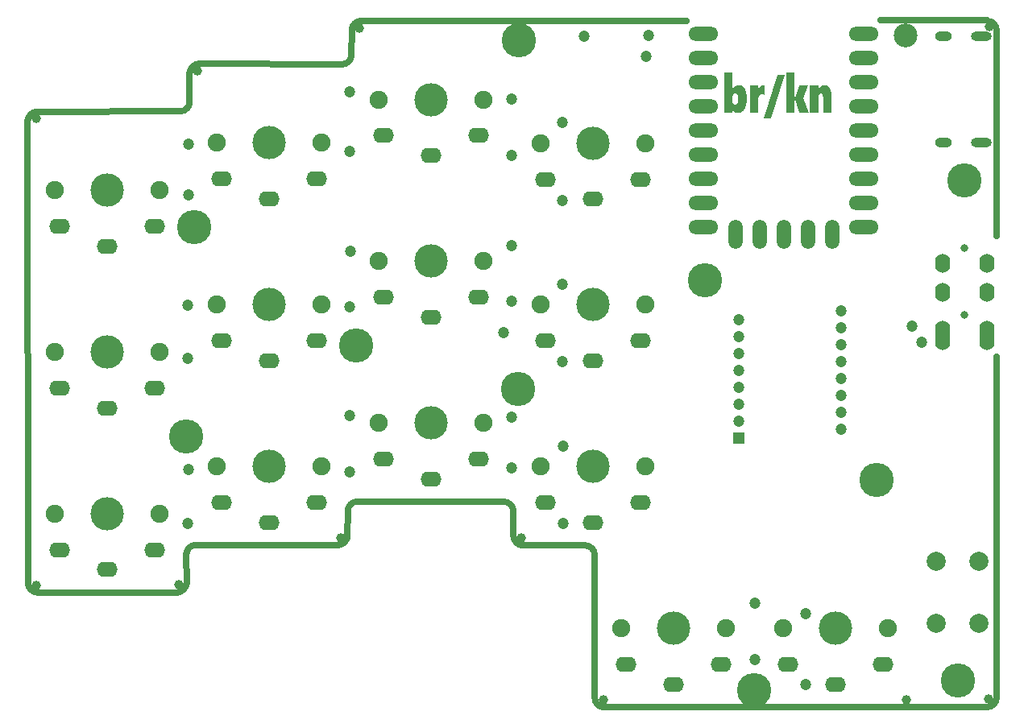
<source format=gbr>
%TF.GenerationSoftware,KiCad,Pcbnew,7.0.2*%
%TF.CreationDate,2024-03-04T12:18:32-06:00*%
%TF.ProjectId,01_capsule5_left,30315f63-6170-4737-956c-65355f6c6566,v1.0.0*%
%TF.SameCoordinates,Original*%
%TF.FileFunction,Soldermask,Top*%
%TF.FilePolarity,Negative*%
%FSLAX46Y46*%
G04 Gerber Fmt 4.6, Leading zero omitted, Abs format (unit mm)*
G04 Created by KiCad (PCBNEW 7.0.2) date 2024-03-04 12:18:32*
%MOMM*%
%LPD*%
G01*
G04 APERTURE LIST*
%ADD10C,0.700000*%
%ADD11C,0.750000*%
%ADD12C,0.400000*%
%ADD13C,3.600000*%
%ADD14R,1.200000X1.200000*%
%ADD15C,1.200000*%
%ADD16C,0.800000*%
%ADD17O,1.600000X2.000000*%
%ADD18C,1.900000*%
%ADD19C,3.500000*%
%ADD20O,2.200000X1.600000*%
%ADD21C,1.000000*%
%ADD22C,2.000000*%
%ADD23C,2.500000*%
%ADD24O,3.130000X1.500000*%
%ADD25O,1.500000X3.090000*%
%ADD26O,2.200000X1.000000*%
%ADD27O,1.800000X1.000000*%
G04 APERTURE END LIST*
D10*
X252175000Y-44900000D02*
X263325000Y-44900000D01*
X197584869Y-44930782D02*
X231725000Y-44925000D01*
X197584869Y-44930784D02*
G75*
G03*
X196580950Y-45934938I316J-1004235D01*
G01*
X196580950Y-45934938D02*
X196569050Y-48490062D01*
X195565131Y-49494216D02*
G75*
G03*
X196569050Y-48490062I-316J1004235D01*
G01*
X195565131Y-49494218D02*
X180559869Y-49455782D01*
X180559869Y-49455784D02*
G75*
G03*
X179555950Y-50459938I316J-1004235D01*
G01*
X179555950Y-50459938D02*
X179553919Y-53445844D01*
X178550000Y-54449998D02*
G75*
G03*
X179553919Y-53445844I-316J1004235D01*
G01*
X178550000Y-54450000D02*
X163534869Y-54480782D01*
X264329154Y-45903919D02*
G75*
G03*
X263325000Y-44900000I-1004251J-332D01*
G01*
X264329155Y-45903919D02*
X264325000Y-67550000D01*
X264330956Y-80234944D02*
X264350011Y-116075011D01*
X214585111Y-100088863D02*
X221105956Y-100084944D01*
X222110111Y-101088863D02*
X222111734Y-116106025D01*
X222111735Y-116106025D02*
G75*
G03*
X223115889Y-117109944I1004251J332D01*
G01*
X222110110Y-101088863D02*
G75*
G03*
X221105956Y-100084944I-1004232J-313D01*
G01*
X196155956Y-96484944D02*
X196150011Y-99025011D01*
X197159875Y-95480790D02*
G75*
G03*
X196155956Y-96484944I332J-1004251D01*
G01*
X197159875Y-95480789D02*
X212571023Y-95490889D01*
X213575178Y-96494808D02*
X213580956Y-99084944D01*
X213575177Y-96494808D02*
G75*
G03*
X212571023Y-95490889I-1004251J-332D01*
G01*
X213580957Y-99084944D02*
G75*
G03*
X214585111Y-100088863I1004232J313D01*
G01*
X195146092Y-100029165D02*
G75*
G03*
X196150011Y-99025011I-332J1004251D01*
G01*
X263346092Y-117079166D02*
X223115889Y-117109944D01*
X263346092Y-117079165D02*
G75*
G03*
X264350011Y-116075011I-332J1004251D01*
G01*
X195146092Y-100029166D02*
X180209875Y-100030789D01*
X179219050Y-104015061D02*
X179205956Y-101034944D01*
X178215131Y-105019215D02*
G75*
G03*
X179219050Y-104015061I-313J1004232D01*
G01*
X180209875Y-100030790D02*
G75*
G03*
X179205956Y-101034944I294J-1004213D01*
G01*
X178215131Y-105019216D02*
X163559938Y-105019049D01*
X162555783Y-104015130D02*
X162530950Y-55484938D01*
X163534869Y-54480784D02*
G75*
G03*
X162530950Y-55484938I316J-1004235D01*
G01*
X162555784Y-104015130D02*
G75*
G03*
X163559938Y-105019049I1004231J312D01*
G01*
D11*
G36*
X236588101Y-52131479D02*
G01*
X236596161Y-52131479D01*
X236616170Y-52094133D01*
X236637455Y-52058298D01*
X236660014Y-52023974D01*
X236683848Y-51991161D01*
X236708958Y-51959860D01*
X236735343Y-51930070D01*
X236763002Y-51901791D01*
X236791937Y-51875024D01*
X236822147Y-51849768D01*
X236853632Y-51826023D01*
X236875331Y-51811032D01*
X236908750Y-51790081D01*
X236942788Y-51771190D01*
X236977444Y-51754360D01*
X237012718Y-51739591D01*
X237048610Y-51726883D01*
X237085120Y-51716236D01*
X237122249Y-51707649D01*
X237159996Y-51701123D01*
X237198361Y-51696658D01*
X237237345Y-51694254D01*
X237263677Y-51693796D01*
X237312956Y-51695177D01*
X237360775Y-51699322D01*
X237407134Y-51706229D01*
X237452034Y-51715900D01*
X237495474Y-51728333D01*
X237537454Y-51743530D01*
X237577975Y-51761489D01*
X237617035Y-51782212D01*
X237654636Y-51805697D01*
X237690778Y-51831946D01*
X237725459Y-51860957D01*
X237758681Y-51892732D01*
X237790443Y-51927269D01*
X237820745Y-51964569D01*
X237849588Y-52004633D01*
X237876971Y-52047459D01*
X237902791Y-52092816D01*
X237926945Y-52140714D01*
X237949434Y-52191154D01*
X237970256Y-52244136D01*
X237989413Y-52299659D01*
X238006904Y-52357724D01*
X238022729Y-52418331D01*
X238036889Y-52481479D01*
X238049382Y-52547169D01*
X238060210Y-52615400D01*
X238069372Y-52686174D01*
X238076868Y-52759488D01*
X238082699Y-52835345D01*
X238086863Y-52913743D01*
X238088321Y-52953895D01*
X238089362Y-52994683D01*
X238089987Y-53036106D01*
X238090195Y-53078164D01*
X238089748Y-53135271D01*
X238088409Y-53191554D01*
X238086176Y-53247012D01*
X238083051Y-53301646D01*
X238079032Y-53355456D01*
X238074121Y-53408442D01*
X238068316Y-53460603D01*
X238061618Y-53511939D01*
X238054028Y-53562452D01*
X238045544Y-53612140D01*
X238036168Y-53661004D01*
X238025898Y-53709043D01*
X238014735Y-53756259D01*
X238002680Y-53802650D01*
X237989731Y-53848216D01*
X237975889Y-53892958D01*
X237961226Y-53936540D01*
X237945813Y-53978871D01*
X237929650Y-54019949D01*
X237912737Y-54059776D01*
X237895074Y-54098351D01*
X237876662Y-54135675D01*
X237857499Y-54171746D01*
X237837587Y-54206566D01*
X237816924Y-54240134D01*
X237795512Y-54272451D01*
X237773350Y-54303515D01*
X237750438Y-54333328D01*
X237726776Y-54361889D01*
X237702364Y-54389199D01*
X237677202Y-54415256D01*
X237651290Y-54440062D01*
X237624786Y-54463368D01*
X237597847Y-54485171D01*
X237570473Y-54505470D01*
X237542663Y-54524265D01*
X237514419Y-54541557D01*
X237485740Y-54557345D01*
X237456625Y-54571629D01*
X237427076Y-54584410D01*
X237397091Y-54595687D01*
X237366671Y-54605461D01*
X237335817Y-54613730D01*
X237304527Y-54620497D01*
X237272802Y-54625759D01*
X237240642Y-54629518D01*
X237208047Y-54631774D01*
X237175017Y-54632526D01*
X237137339Y-54631452D01*
X237100691Y-54628232D01*
X237065073Y-54622866D01*
X237030486Y-54615352D01*
X236996930Y-54605692D01*
X236964403Y-54593886D01*
X236932907Y-54579932D01*
X236902442Y-54563832D01*
X236873007Y-54545586D01*
X236844602Y-54525192D01*
X236826238Y-54510404D01*
X236799564Y-54486880D01*
X236773945Y-54462101D01*
X236749383Y-54436070D01*
X236725877Y-54408784D01*
X236703427Y-54380245D01*
X236682034Y-54350452D01*
X236661696Y-54319405D01*
X236642415Y-54287105D01*
X236624190Y-54253551D01*
X236607021Y-54218744D01*
X236596161Y-54194842D01*
X236588101Y-54194842D01*
X236588101Y-54570000D01*
X235710293Y-54570000D01*
X235710293Y-53250111D01*
X236571981Y-53250111D01*
X236572683Y-53292876D01*
X236574789Y-53333974D01*
X236578299Y-53373407D01*
X236585163Y-53423393D01*
X236594522Y-53470417D01*
X236606377Y-53514480D01*
X236620729Y-53555582D01*
X236637576Y-53593722D01*
X236651849Y-53620383D01*
X236672869Y-53652440D01*
X236695629Y-53680223D01*
X236720130Y-53703731D01*
X236746371Y-53722965D01*
X236774352Y-53737925D01*
X236804073Y-53748611D01*
X236835535Y-53755022D01*
X236868736Y-53757159D01*
X236907182Y-53754549D01*
X236943383Y-53746718D01*
X236977341Y-53733666D01*
X237009054Y-53715394D01*
X237038523Y-53691901D01*
X237065749Y-53663187D01*
X237090730Y-53629252D01*
X237113468Y-53590097D01*
X237133732Y-53545920D01*
X237147158Y-53509942D01*
X237159063Y-53471525D01*
X237169448Y-53430670D01*
X237178314Y-53387376D01*
X237185660Y-53341643D01*
X237191486Y-53293472D01*
X237195792Y-53242862D01*
X237198579Y-53189814D01*
X237199845Y-53134327D01*
X237199930Y-53115289D01*
X237199215Y-53065549D01*
X237197070Y-53018180D01*
X237193496Y-52973180D01*
X237188492Y-52930550D01*
X237182059Y-52890290D01*
X237174195Y-52852400D01*
X237161487Y-52805566D01*
X237146237Y-52762946D01*
X237128446Y-52724539D01*
X237118597Y-52706915D01*
X237097153Y-52674629D01*
X237073488Y-52646648D01*
X237047602Y-52622972D01*
X237019495Y-52603600D01*
X236989167Y-52588534D01*
X236956618Y-52577772D01*
X236921848Y-52571314D01*
X236884856Y-52569162D01*
X236852032Y-52571421D01*
X236820605Y-52578199D01*
X236790575Y-52589495D01*
X236761941Y-52605310D01*
X236734704Y-52625643D01*
X236708864Y-52650495D01*
X236684421Y-52679865D01*
X236661374Y-52713754D01*
X236640423Y-52751001D01*
X236622265Y-52790935D01*
X236606900Y-52833555D01*
X236594330Y-52878862D01*
X236584552Y-52926856D01*
X236577568Y-52977536D01*
X236574164Y-53017310D01*
X236572331Y-53058594D01*
X236571981Y-53086957D01*
X236571981Y-53250111D01*
X235710293Y-53250111D01*
X235710293Y-50380746D01*
X236588101Y-50380746D01*
X236588101Y-52131479D01*
G37*
G36*
X239993824Y-52756741D02*
G01*
X239966758Y-52733415D01*
X239939545Y-52714008D01*
X239909036Y-52695535D01*
X239880262Y-52680445D01*
X239859734Y-52670767D01*
X239829140Y-52657486D01*
X239800555Y-52646953D01*
X239769745Y-52638138D01*
X239737883Y-52632642D01*
X239719783Y-52631688D01*
X239667078Y-52634375D01*
X239617774Y-52642435D01*
X239571869Y-52655868D01*
X239529365Y-52674675D01*
X239490262Y-52698855D01*
X239454558Y-52728408D01*
X239422255Y-52763335D01*
X239393353Y-52803635D01*
X239367850Y-52849309D01*
X239345748Y-52900355D01*
X239327046Y-52956775D01*
X239311745Y-53018569D01*
X239299844Y-53085736D01*
X239291343Y-53158276D01*
X239286243Y-53236189D01*
X239284967Y-53277161D01*
X239284542Y-53319476D01*
X239284542Y-54570000D01*
X238406734Y-54570000D01*
X238406734Y-51756322D01*
X239284542Y-51756322D01*
X239284542Y-52256531D01*
X239292602Y-52256531D01*
X239308307Y-52206033D01*
X239325197Y-52157853D01*
X239343272Y-52111992D01*
X239362532Y-52068449D01*
X239382977Y-52027224D01*
X239404607Y-51988318D01*
X239427422Y-51951730D01*
X239451421Y-51917461D01*
X239476606Y-51885510D01*
X239502976Y-51855878D01*
X239521214Y-51837411D01*
X239549535Y-51811745D01*
X239578719Y-51788604D01*
X239608765Y-51767987D01*
X239639675Y-51749895D01*
X239671448Y-51734328D01*
X239704084Y-51721285D01*
X239737583Y-51710766D01*
X239771944Y-51702772D01*
X239807169Y-51697302D01*
X239843257Y-51694357D01*
X239867794Y-51693796D01*
X239898619Y-51695385D01*
X239931615Y-51701094D01*
X239962229Y-51710956D01*
X239990462Y-51724969D01*
X239993824Y-51727013D01*
X239993824Y-52756741D01*
G37*
G36*
X240658408Y-55195261D02*
G01*
X239885380Y-55195261D01*
X241346441Y-50630851D01*
X242119469Y-50630851D01*
X240658408Y-55195261D01*
G37*
G36*
X243613503Y-54570000D02*
G01*
X243143824Y-53131898D01*
X243135764Y-53131898D01*
X243135764Y-54570000D01*
X242257955Y-54570000D01*
X242257955Y-50380746D01*
X243135764Y-50380746D01*
X243135764Y-53069371D01*
X243143824Y-53069371D01*
X243570272Y-51756322D01*
X244559455Y-51756322D01*
X243988660Y-53044947D01*
X244592428Y-54570000D01*
X243613503Y-54570000D01*
G37*
G36*
X246114305Y-54570000D02*
G01*
X246114305Y-53052763D01*
X246113790Y-53005682D01*
X246112244Y-52961160D01*
X246109668Y-52919197D01*
X246106062Y-52879793D01*
X246099651Y-52831235D01*
X246091407Y-52787225D01*
X246081332Y-52747765D01*
X246066163Y-52704836D01*
X246055687Y-52682491D01*
X246035580Y-52649842D01*
X246011895Y-52622728D01*
X245984632Y-52601146D01*
X245953792Y-52585099D01*
X245919374Y-52574585D01*
X245889263Y-52570158D01*
X245865177Y-52569162D01*
X245830902Y-52572024D01*
X245799060Y-52580611D01*
X245769651Y-52594922D01*
X245742674Y-52614958D01*
X245718131Y-52640718D01*
X245696020Y-52672202D01*
X245687857Y-52686399D01*
X245669492Y-52724328D01*
X245654240Y-52765453D01*
X245642101Y-52809775D01*
X245633074Y-52857292D01*
X245628094Y-52897608D01*
X245625106Y-52939969D01*
X245624110Y-52984375D01*
X245624110Y-54570000D01*
X244746301Y-54570000D01*
X244746301Y-51756322D01*
X245624110Y-51756322D01*
X245624110Y-52194005D01*
X245632170Y-52194005D01*
X245652585Y-52150253D01*
X245674262Y-52108390D01*
X245697201Y-52068417D01*
X245721402Y-52030332D01*
X245746866Y-51994136D01*
X245773592Y-51959830D01*
X245801580Y-51927412D01*
X245830831Y-51896884D01*
X245861344Y-51868244D01*
X245893118Y-51841494D01*
X245915003Y-51824710D01*
X245948521Y-51801314D01*
X245982580Y-51780220D01*
X246017180Y-51761426D01*
X246052321Y-51744934D01*
X246088003Y-51730743D01*
X246124226Y-51718854D01*
X246160989Y-51709265D01*
X246198294Y-51701978D01*
X246236140Y-51696992D01*
X246274527Y-51694307D01*
X246300418Y-51693796D01*
X246343019Y-51694931D01*
X246384267Y-51698337D01*
X246424163Y-51704014D01*
X246462706Y-51711961D01*
X246499897Y-51722179D01*
X246535736Y-51734668D01*
X246570222Y-51749428D01*
X246603356Y-51766458D01*
X246635137Y-51785759D01*
X246665566Y-51807330D01*
X246694643Y-51831173D01*
X246722367Y-51857286D01*
X246748739Y-51885669D01*
X246773758Y-51916324D01*
X246797425Y-51949249D01*
X246819740Y-51984445D01*
X246840702Y-52021911D01*
X246860312Y-52061648D01*
X246878569Y-52103656D01*
X246895474Y-52147935D01*
X246911027Y-52194484D01*
X246925227Y-52243304D01*
X246938074Y-52294395D01*
X246949570Y-52347756D01*
X246959713Y-52403388D01*
X246968503Y-52461291D01*
X246975942Y-52521464D01*
X246982027Y-52583908D01*
X246986761Y-52648623D01*
X246990142Y-52715609D01*
X246992170Y-52784865D01*
X246992847Y-52856392D01*
X246992847Y-54570000D01*
X246114305Y-54570000D01*
G37*
D12*
%TO.C,U3*%
X232220000Y-72220000D03*
X232670000Y-71170000D03*
X232670000Y-73270000D03*
X233720000Y-70720000D03*
D13*
X233720000Y-72220000D03*
D12*
X233720000Y-73720000D03*
X234770000Y-71170000D03*
X234770000Y-73270000D03*
X235220000Y-72220000D03*
X250210000Y-93210000D03*
X250660000Y-92160000D03*
X250660000Y-94260000D03*
X251710000Y-91710000D03*
D13*
X251710000Y-93210000D03*
D12*
X251710000Y-94710000D03*
X252760000Y-92160000D03*
X252760000Y-94260000D03*
X253210000Y-93210000D03*
D14*
X237290193Y-88804272D03*
D15*
X237290193Y-87024272D03*
X237290193Y-85244272D03*
X237290193Y-83464272D03*
X237290193Y-81684272D03*
X237290193Y-79904272D03*
X237290193Y-78124272D03*
X237290193Y-76344272D03*
X247990193Y-75454272D03*
X247990193Y-77234272D03*
X247990193Y-79014272D03*
X247990193Y-80794272D03*
X247990193Y-82574272D03*
X247990193Y-84354272D03*
X247990193Y-86134272D03*
X247990193Y-87914272D03*
%TD*%
D16*
%TO.C,U2*%
X261000000Y-68850000D03*
X261000000Y-75850000D03*
D17*
X258700000Y-78550000D03*
X263300000Y-78550000D03*
X258700000Y-77450000D03*
X263300000Y-77450000D03*
X258700000Y-73450000D03*
X263300000Y-73450000D03*
X258700000Y-70450000D03*
X263300000Y-70450000D03*
%TD*%
D12*
%TO.C,REF\u002A\u002A*%
X259500000Y-61750000D03*
X259950000Y-60700000D03*
X259950000Y-62800000D03*
X261000000Y-60250000D03*
D13*
X261000000Y-61750000D03*
D12*
X261000000Y-63250000D03*
X262050000Y-60700000D03*
X262050000Y-62800000D03*
X262500000Y-61750000D03*
%TD*%
%TO.C,REF\u002A\u002A*%
X177700000Y-88600000D03*
X178150000Y-87550000D03*
X178150000Y-89650000D03*
X179200000Y-87100000D03*
D13*
X179200000Y-88600000D03*
D12*
X179200000Y-90100000D03*
X180250000Y-87550000D03*
X180250000Y-89650000D03*
X180700000Y-88600000D03*
%TD*%
D18*
%TO.C,SW14*%
X241935810Y-108802659D03*
D19*
X247435810Y-108802659D03*
D18*
X252935810Y-108802659D03*
D20*
X247435810Y-114702659D03*
X242435810Y-112602659D03*
X252435810Y-112602659D03*
%TD*%
D21*
%TO.C,REF\u002A\u002A*%
X214400000Y-99300000D03*
%TD*%
D12*
%TO.C,REF\u002A\u002A*%
X237400000Y-115300000D03*
X237850000Y-114250000D03*
X237850000Y-116350000D03*
X238900000Y-113800000D03*
D13*
X238900000Y-115300000D03*
D12*
X238900000Y-116800000D03*
X239950000Y-114250000D03*
X239950000Y-116350000D03*
X240400000Y-115300000D03*
%TD*%
D15*
%TO.C,*%
X227758564Y-46435769D03*
%TD*%
D18*
%TO.C,SW05*%
X165386692Y-79740283D03*
D19*
X170886692Y-79740283D03*
D18*
X176386692Y-79740283D03*
D20*
X170886692Y-85640283D03*
X165886692Y-83540283D03*
X175886692Y-83540283D03*
%TD*%
D15*
%TO.C,*%
X218708564Y-55585769D03*
%TD*%
%TO.C,*%
X238958564Y-112050000D03*
%TD*%
D21*
%TO.C,REF\u002A\u002A*%
X163400000Y-55200000D03*
%TD*%
D15*
%TO.C,*%
X196358564Y-52385769D03*
%TD*%
D21*
%TO.C,REF\u002A\u002A*%
X254900000Y-116335769D03*
%TD*%
D15*
%TO.C,*%
X218758564Y-89685769D03*
%TD*%
%TO.C,*%
X218708564Y-63785769D03*
%TD*%
%TO.C,*%
X179358564Y-97735769D03*
%TD*%
%TO.C,*%
X213408564Y-91900000D03*
%TD*%
%TO.C,*%
X255430000Y-77030000D03*
%TD*%
%TO.C,*%
X244308564Y-114715769D03*
%TD*%
D21*
%TO.C,REF\u002A\u002A*%
X195400000Y-99300000D03*
%TD*%
D15*
%TO.C,*%
X212500000Y-77750000D03*
%TD*%
D21*
%TO.C,REF\u002A\u002A*%
X223000000Y-116335769D03*
%TD*%
D15*
%TO.C,*%
X179358564Y-80435769D03*
%TD*%
D21*
%TO.C,REF\u002A\u002A*%
X163400000Y-104300000D03*
%TD*%
D15*
%TO.C,*%
X218708564Y-72635769D03*
%TD*%
%TO.C,*%
X213408564Y-68535769D03*
%TD*%
D18*
%TO.C,SW07*%
X199387225Y-70203948D03*
D19*
X204887225Y-70203948D03*
D18*
X210387225Y-70203948D03*
D20*
X204887225Y-76103948D03*
X199887225Y-74003948D03*
X209887225Y-74003948D03*
%TD*%
D12*
%TO.C,REF\u002A\u002A*%
X261750000Y-114250000D03*
X261300000Y-115300000D03*
X261300000Y-113200000D03*
X260250000Y-115750000D03*
D13*
X260250000Y-114250000D03*
D12*
X260250000Y-112750000D03*
X259200000Y-115300000D03*
X259200000Y-113200000D03*
X258750000Y-114250000D03*
%TD*%
D18*
%TO.C,SW03*%
X199387224Y-53203948D03*
D19*
X204887224Y-53203948D03*
D18*
X210387224Y-53203948D03*
D20*
X204887224Y-59103948D03*
X199887224Y-57003948D03*
X209887224Y-57003948D03*
%TD*%
D18*
%TO.C,SW06*%
X182386930Y-74759163D03*
D19*
X187886930Y-74759163D03*
D18*
X193386930Y-74759163D03*
D20*
X187886930Y-80659163D03*
X182886930Y-78559163D03*
X192886930Y-78559163D03*
%TD*%
D12*
%TO.C,REF\u002A\u002A*%
X212550000Y-83650000D03*
X213000000Y-82600000D03*
X213000000Y-84700000D03*
X214050000Y-82150000D03*
D13*
X214050000Y-83650000D03*
D12*
X214050000Y-85150000D03*
X215100000Y-82600000D03*
X215100000Y-84700000D03*
X215550000Y-83650000D03*
%TD*%
D18*
%TO.C,SW10*%
X182386931Y-91759164D03*
D19*
X187886931Y-91759164D03*
D18*
X193386931Y-91759164D03*
D20*
X187886931Y-97659164D03*
X182886931Y-95559164D03*
X192886931Y-95559164D03*
%TD*%
D22*
%TO.C,SW15*%
X262500000Y-101750000D03*
X262500000Y-108250000D03*
X258000000Y-101750000D03*
X258000000Y-108250000D03*
%TD*%
D15*
%TO.C,*%
X179408564Y-92085769D03*
%TD*%
D21*
%TO.C,REF\u002A\u002A*%
X197400000Y-45700000D03*
%TD*%
D18*
%TO.C,SW09*%
X165386693Y-96740284D03*
D19*
X170886693Y-96740284D03*
D18*
X176386693Y-96740284D03*
D20*
X170886693Y-102640284D03*
X165886693Y-100540284D03*
X175886693Y-100540284D03*
%TD*%
D23*
%TO.C,REF\u002A\u002A*%
X254750000Y-46500000D03*
%TD*%
D12*
%TO.C,REF\u002A\u002A*%
X212650000Y-46950000D03*
X213100000Y-45900000D03*
X213100000Y-48000000D03*
X214150000Y-45450000D03*
D13*
X214150000Y-46950000D03*
D12*
X214150000Y-48450000D03*
X215200000Y-45900000D03*
X215200000Y-48000000D03*
X215650000Y-46950000D03*
%TD*%
D15*
%TO.C,*%
X196358564Y-92385769D03*
%TD*%
D21*
%TO.C,REF\u002A\u002A*%
X263500000Y-116250000D03*
%TD*%
D15*
%TO.C,*%
X196358564Y-58635769D03*
%TD*%
%TO.C,*%
X218750000Y-80750000D03*
%TD*%
D18*
%TO.C,SW13*%
X224935575Y-108794157D03*
D19*
X230435575Y-108794157D03*
D18*
X235935575Y-108794157D03*
D20*
X230435575Y-114694157D03*
X225435575Y-112594157D03*
X235435575Y-112594157D03*
%TD*%
D15*
%TO.C,*%
X179358564Y-74835769D03*
%TD*%
D18*
%TO.C,SW12*%
X216399777Y-91787819D03*
D19*
X221899777Y-91787819D03*
D18*
X227399777Y-91787819D03*
D20*
X221899777Y-97687819D03*
X216899777Y-95587819D03*
X226899777Y-95587819D03*
%TD*%
D18*
%TO.C,SW08*%
X216399777Y-74787819D03*
D19*
X221899777Y-74787819D03*
D18*
X227399777Y-74787819D03*
D20*
X221899777Y-80687819D03*
X216899777Y-78587819D03*
X226899777Y-78587819D03*
%TD*%
D15*
%TO.C,*%
X256500000Y-78750000D03*
%TD*%
D18*
%TO.C,SW11*%
X199387226Y-87203949D03*
D19*
X204887226Y-87203949D03*
D18*
X210387226Y-87203949D03*
D20*
X204887226Y-93103949D03*
X199887226Y-91003949D03*
X209887226Y-91003949D03*
%TD*%
D15*
%TO.C,*%
X213400000Y-53150000D03*
%TD*%
%TO.C,*%
X218758564Y-97735769D03*
%TD*%
D21*
%TO.C,REF\u002A\u002A*%
X263600000Y-45550000D03*
%TD*%
D15*
%TO.C,*%
X196358564Y-74985769D03*
%TD*%
%TO.C,*%
X220958564Y-46535769D03*
%TD*%
D18*
%TO.C,SW02*%
X182386931Y-57759164D03*
D19*
X187886931Y-57759164D03*
D18*
X193386931Y-57759164D03*
D20*
X187886931Y-63659164D03*
X182886931Y-61559164D03*
X192886931Y-61559164D03*
%TD*%
D15*
%TO.C,*%
X213350000Y-59100000D03*
%TD*%
D12*
%TO.C,REF\u002A\u002A*%
X178550000Y-66600000D03*
X179000000Y-65550000D03*
X179000000Y-67650000D03*
X180050000Y-65100000D03*
D13*
X180050000Y-66600000D03*
D12*
X180050000Y-68100000D03*
X181100000Y-65550000D03*
X181100000Y-67650000D03*
X181550000Y-66600000D03*
%TD*%
D15*
%TO.C,*%
X196358564Y-86435769D03*
%TD*%
%TO.C,*%
X238908564Y-106185769D03*
%TD*%
%TO.C,*%
X213408564Y-74435769D03*
%TD*%
D18*
%TO.C,SW04*%
X216399778Y-57787820D03*
D19*
X221899778Y-57787820D03*
D18*
X227399778Y-57787820D03*
D20*
X221899778Y-63687820D03*
X216899778Y-61587820D03*
X226899778Y-61587820D03*
%TD*%
D21*
%TO.C,REF\u002A\u002A*%
X180400000Y-50200000D03*
%TD*%
D15*
%TO.C,*%
X196408564Y-69135769D03*
%TD*%
%TO.C,*%
X179408564Y-57935769D03*
%TD*%
%TO.C,*%
X179408564Y-63235769D03*
%TD*%
%TO.C,*%
X213400000Y-86600000D03*
%TD*%
%TO.C,*%
X244308564Y-107235769D03*
%TD*%
D21*
%TO.C,REF\u002A\u002A*%
X178400000Y-104200000D03*
%TD*%
D15*
%TO.C,*%
X227500000Y-48675000D03*
%TD*%
D18*
%TO.C,SW01*%
X165386692Y-62740284D03*
D19*
X170886692Y-62740284D03*
D18*
X176386692Y-62740284D03*
D20*
X170886692Y-68640284D03*
X165886692Y-66540284D03*
X175886692Y-66540284D03*
%TD*%
D12*
%TO.C,REF\u002A\u002A*%
X195550000Y-79050000D03*
X196000000Y-78000000D03*
X196000000Y-80100000D03*
X197050000Y-77550000D03*
D13*
X197050000Y-79050000D03*
D12*
X197050000Y-80550000D03*
X198100000Y-78000000D03*
X198100000Y-80100000D03*
X198550000Y-79050000D03*
%TD*%
D24*
%TO.C,U1*%
X233525000Y-46280000D03*
X233525000Y-48820000D03*
X233525000Y-51360000D03*
X233525000Y-53900000D03*
X233525000Y-56440000D03*
X233525000Y-58980000D03*
X233525000Y-61520000D03*
X233525000Y-64060000D03*
X233525000Y-66600000D03*
D25*
X236880000Y-67395000D03*
X239420000Y-67395000D03*
X241960000Y-67395000D03*
X244500000Y-67395000D03*
X247040000Y-67395000D03*
D24*
X250395000Y-66600000D03*
X250395000Y-64060000D03*
X250395000Y-61520000D03*
X250395000Y-58980000D03*
X250395000Y-56440000D03*
X250395000Y-53900000D03*
X250395000Y-51360000D03*
X250395000Y-48820000D03*
X250395000Y-46280000D03*
%TD*%
D26*
%TO.C,J1*%
X262750000Y-46525000D03*
D27*
X258750000Y-46525000D03*
D26*
X262750000Y-57765000D03*
D27*
X258750000Y-57765000D03*
%TD*%
M02*

</source>
